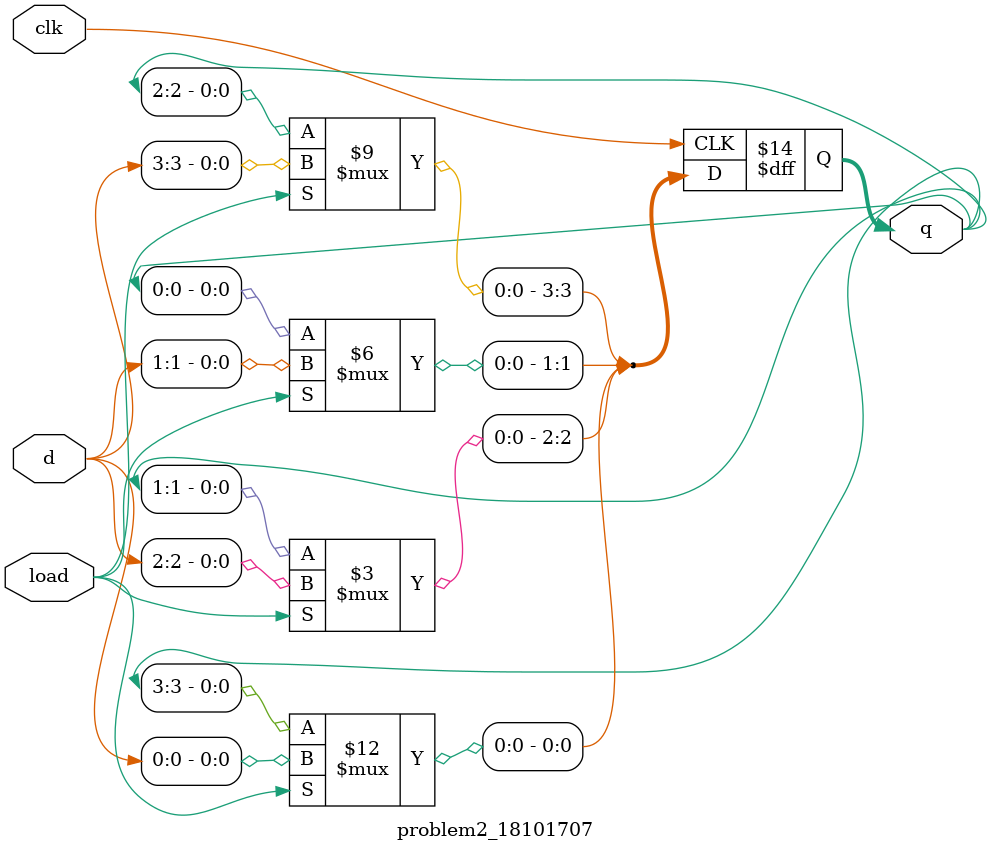
<source format=v>
module problem2_18101707(d,load,clk,q);
input [3:0]d;
input load,clk;
output reg[3:0]q;
always @(posedge clk)
	if (load)
		q<=d;
	else
//q[3:0]<={q[0],q[3:1]};
		begin
			q[0]<=q[3];
			q[3]<=q[2];
			q[2]<=q[1];
			q[1]<=q[0];
			
		end
		
endmodule

</source>
